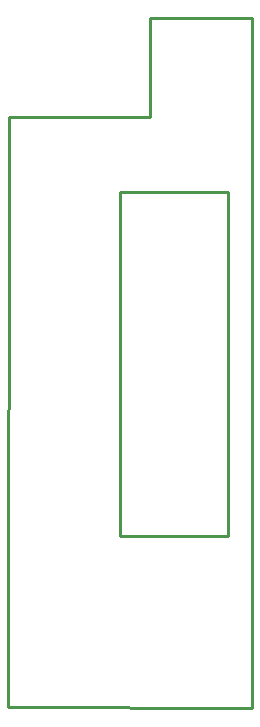
<source format=gko>
G04 Layer: BoardOutlineLayer*
G04 Panelize: , Column: 2, Row: 2, Board Size: 20.7mm x 58.42mm, Panelized Board Size: 43.4mm x 118.84mm*
G04 EasyEDA v6.5.32, 2023-07-25 14:04:49*
G04 b7232d157d0140b2a16a3caa382a101f,5a6b42c53f6a479593ecc07194224c93,10*
G04 Gerber Generator version 0.2*
G04 Scale: 100 percent, Rotated: No, Reflected: No *
G04 Dimensions in millimeters *
G04 leading zeros omitted , absolute positions ,4 integer and 5 decimal *
%FSLAX45Y45*%
%MOMM*%

%ADD10C,0.2540*%
D10*
X4978400Y5842000D02*
G01*
X5842000Y5842000D01*
X5842000Y0D01*
X3771900Y12700D01*
X3784600Y5003800D01*
X4978400Y5003800D01*
X4978400Y5842000D01*
X4724400Y4368800D02*
G01*
X4724400Y1460500D01*
X4724400Y1460500D02*
G01*
X5638800Y1460500D01*
X5638800Y1460500D02*
G01*
X5638800Y4368800D01*
X5638800Y4368800D02*
G01*
X4724400Y4368800D01*

%LPD*%
M02*

</source>
